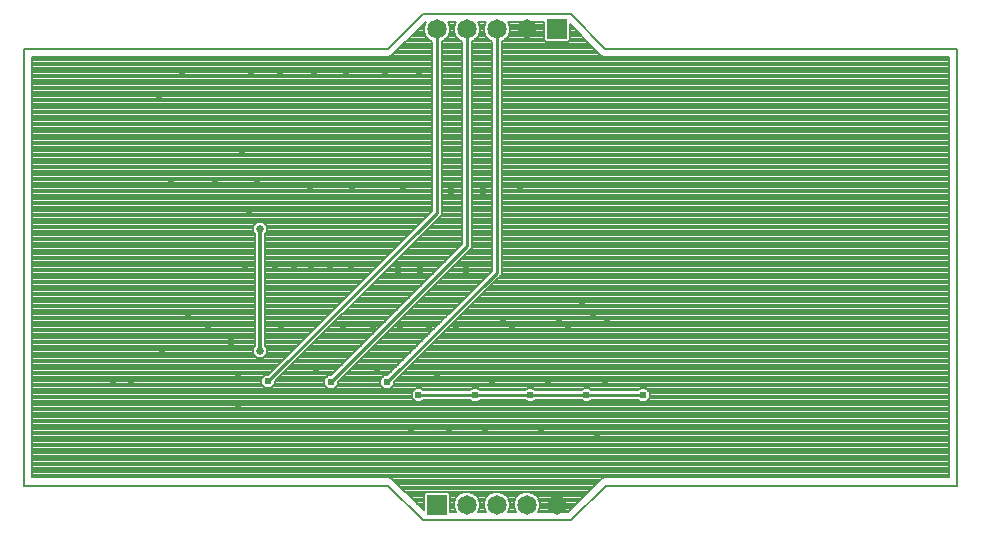
<source format=gbl>
G75*
%MOIN*%
%OFA0B0*%
%FSLAX25Y25*%
%IPPOS*%
%LPD*%
%AMOC8*
5,1,8,0,0,1.08239X$1,22.5*
%
%ADD10C,0.00600*%
%ADD11R,0.06500X0.06500*%
%ADD12C,0.06500*%
%ADD13C,0.02400*%
%ADD14C,0.01000*%
%ADD15C,0.00800*%
%ADD16C,0.02578*%
%ADD17C,0.01200*%
D10*
X0008065Y0019400D02*
X0008065Y0165069D01*
X0129265Y0165069D01*
X0140865Y0176669D01*
X0190365Y0176669D01*
X0201665Y0165069D01*
X0319089Y0165069D01*
X0319089Y0019400D01*
X0201965Y0019400D01*
X0190365Y0007800D01*
X0140865Y0007800D01*
X0129265Y0019400D01*
X0008065Y0019400D01*
D11*
X0145565Y0013000D03*
X0185565Y0171469D03*
D12*
X0175565Y0171469D03*
X0165565Y0171469D03*
X0155565Y0171469D03*
X0145565Y0171469D03*
X0155565Y0013000D03*
X0165565Y0013000D03*
X0175565Y0013000D03*
X0185565Y0013000D03*
D13*
X0198865Y0036600D03*
X0180265Y0037400D03*
X0176765Y0049500D03*
X0182765Y0054000D03*
X0195465Y0049500D03*
X0201565Y0053900D03*
X0214265Y0049500D03*
X0189365Y0071600D03*
X0186165Y0074100D03*
X0193965Y0079500D03*
X0197665Y0076700D03*
X0202365Y0073500D03*
X0170665Y0071700D03*
X0167565Y0074500D03*
X0151965Y0072200D03*
X0142965Y0072400D03*
X0133465Y0072100D03*
X0124165Y0072400D03*
X0114465Y0072600D03*
X0093765Y0072000D03*
X0076965Y0067300D03*
X0069265Y0071600D03*
X0062665Y0076200D03*
X0054065Y0063600D03*
X0043565Y0054100D03*
X0037665Y0053900D03*
X0079465Y0055400D03*
X0089365Y0054100D03*
X0079465Y0045300D03*
X0105165Y0057400D03*
X0110265Y0053900D03*
X0125665Y0057200D03*
X0129065Y0053900D03*
X0139465Y0049500D03*
X0145765Y0056300D03*
X0158265Y0049500D03*
X0163965Y0054100D03*
X0161765Y0037400D03*
X0149665Y0037200D03*
X0136865Y0037400D03*
X0132565Y0091300D03*
X0139865Y0091400D03*
X0155265Y0091100D03*
X0116865Y0092000D03*
X0109865Y0092200D03*
X0103665Y0092200D03*
X0097965Y0092300D03*
X0091765Y0092400D03*
X0081765Y0092900D03*
X0082865Y0110100D03*
X0085765Y0120700D03*
X0071665Y0120300D03*
X0056865Y0120200D03*
X0056265Y0131600D03*
X0050565Y0131500D03*
X0044765Y0131500D03*
X0053065Y0149100D03*
X0060665Y0156200D03*
X0083665Y0156500D03*
X0093365Y0156100D03*
X0104565Y0156300D03*
X0115265Y0156300D03*
X0128265Y0156300D03*
X0139565Y0156300D03*
X0080765Y0131400D03*
X0103265Y0118400D03*
X0117465Y0118000D03*
X0134165Y0117800D03*
X0150465Y0117500D03*
X0160865Y0117700D03*
X0173165Y0117800D03*
D14*
X0145565Y0110300D02*
X0145565Y0171469D01*
X0155565Y0171469D02*
X0155565Y0099200D01*
X0110265Y0053900D01*
X0129065Y0053900D02*
X0165565Y0090400D01*
X0165565Y0171469D01*
X0145565Y0110300D02*
X0089365Y0054100D01*
X0139465Y0049500D02*
X0158265Y0049500D01*
X0176765Y0049500D01*
X0195465Y0049500D01*
X0214265Y0049500D01*
D15*
X0212612Y0047900D02*
X0213312Y0047200D01*
X0215218Y0047200D01*
X0216565Y0048547D01*
X0216565Y0050453D01*
X0215218Y0051800D01*
X0213312Y0051800D01*
X0212612Y0051100D01*
X0197118Y0051100D01*
X0196418Y0051800D01*
X0194512Y0051800D01*
X0193812Y0051100D01*
X0178418Y0051100D01*
X0177718Y0051800D01*
X0175812Y0051800D01*
X0175112Y0051100D01*
X0159918Y0051100D01*
X0159218Y0051800D01*
X0157312Y0051800D01*
X0156612Y0051100D01*
X0141118Y0051100D01*
X0140418Y0051800D01*
X0138512Y0051800D01*
X0137165Y0050453D01*
X0137165Y0048547D01*
X0138512Y0047200D01*
X0140418Y0047200D01*
X0141118Y0047900D01*
X0156612Y0047900D01*
X0157312Y0047200D01*
X0159218Y0047200D01*
X0159918Y0047900D01*
X0175112Y0047900D01*
X0175812Y0047200D01*
X0177718Y0047200D01*
X0178418Y0047900D01*
X0193812Y0047900D01*
X0194512Y0047200D01*
X0196418Y0047200D01*
X0197118Y0047900D01*
X0212612Y0047900D01*
X0212787Y0047726D02*
X0196943Y0047726D01*
X0193987Y0047726D02*
X0178243Y0047726D01*
X0175287Y0047726D02*
X0159743Y0047726D01*
X0156787Y0047726D02*
X0140943Y0047726D01*
X0137987Y0047726D02*
X0010765Y0047726D01*
X0010765Y0048524D02*
X0137188Y0048524D01*
X0137165Y0049323D02*
X0010765Y0049323D01*
X0010765Y0050121D02*
X0137165Y0050121D01*
X0137632Y0050920D02*
X0010765Y0050920D01*
X0010765Y0051718D02*
X0109194Y0051718D01*
X0109312Y0051600D02*
X0111218Y0051600D01*
X0112565Y0052947D01*
X0112565Y0053937D01*
X0156228Y0097600D01*
X0157165Y0098537D01*
X0157165Y0167424D01*
X0158029Y0167782D01*
X0159253Y0169005D01*
X0159915Y0170604D01*
X0159915Y0172335D01*
X0159253Y0173933D01*
X0159217Y0173969D01*
X0161913Y0173969D01*
X0161877Y0173933D01*
X0161215Y0172335D01*
X0161215Y0170604D01*
X0161877Y0169005D01*
X0163101Y0167782D01*
X0163965Y0167424D01*
X0163965Y0091063D01*
X0129102Y0056200D01*
X0128112Y0056200D01*
X0126765Y0054853D01*
X0126765Y0052947D01*
X0128112Y0051600D01*
X0130018Y0051600D01*
X0131365Y0052947D01*
X0131365Y0053937D01*
X0166228Y0088800D01*
X0167165Y0089737D01*
X0167165Y0167424D01*
X0168029Y0167782D01*
X0169253Y0169005D01*
X0169915Y0170604D01*
X0169915Y0172335D01*
X0169253Y0173933D01*
X0169217Y0173969D01*
X0181215Y0173969D01*
X0181215Y0167764D01*
X0181859Y0167119D01*
X0189271Y0167119D01*
X0189915Y0167764D01*
X0189915Y0173262D01*
X0199369Y0163557D01*
X0199376Y0163540D01*
X0199743Y0163173D01*
X0200106Y0162801D01*
X0200123Y0162793D01*
X0200136Y0162780D01*
X0200615Y0162582D01*
X0201093Y0162377D01*
X0201111Y0162376D01*
X0201128Y0162369D01*
X0201647Y0162369D01*
X0202167Y0162363D01*
X0202184Y0162369D01*
X0316389Y0162369D01*
X0316389Y0022100D01*
X0201428Y0022100D01*
X0200436Y0021689D01*
X0189247Y0010500D01*
X0179217Y0010500D01*
X0179253Y0010536D01*
X0179915Y0012135D01*
X0179915Y0013865D01*
X0179253Y0015464D01*
X0178029Y0016688D01*
X0176430Y0017350D01*
X0174700Y0017350D01*
X0173101Y0016688D01*
X0171877Y0015464D01*
X0171215Y0013865D01*
X0171215Y0012135D01*
X0171877Y0010536D01*
X0171913Y0010500D01*
X0169217Y0010500D01*
X0169253Y0010536D01*
X0169915Y0012135D01*
X0169915Y0013865D01*
X0169253Y0015464D01*
X0168029Y0016688D01*
X0166430Y0017350D01*
X0164700Y0017350D01*
X0163101Y0016688D01*
X0161877Y0015464D01*
X0161215Y0013865D01*
X0161215Y0012135D01*
X0161877Y0010536D01*
X0161913Y0010500D01*
X0159217Y0010500D01*
X0159253Y0010536D01*
X0159915Y0012135D01*
X0159915Y0013865D01*
X0159253Y0015464D01*
X0158029Y0016688D01*
X0156430Y0017350D01*
X0154700Y0017350D01*
X0153101Y0016688D01*
X0151877Y0015464D01*
X0151215Y0013865D01*
X0151215Y0012135D01*
X0151877Y0010536D01*
X0151913Y0010500D01*
X0149915Y0010500D01*
X0149915Y0016706D01*
X0149271Y0017350D01*
X0141859Y0017350D01*
X0141215Y0016706D01*
X0141215Y0011268D01*
X0130795Y0021689D01*
X0129802Y0022100D01*
X0010765Y0022100D01*
X0010765Y0162369D01*
X0129802Y0162369D01*
X0130795Y0162780D01*
X0141828Y0173814D01*
X0141215Y0172335D01*
X0141215Y0170604D01*
X0141877Y0169005D01*
X0143101Y0167782D01*
X0143965Y0167424D01*
X0143965Y0110963D01*
X0089402Y0056400D01*
X0088412Y0056400D01*
X0087065Y0055053D01*
X0087065Y0053147D01*
X0088412Y0051800D01*
X0090318Y0051800D01*
X0091665Y0053147D01*
X0091665Y0054137D01*
X0146228Y0108700D01*
X0147165Y0109637D01*
X0147165Y0167424D01*
X0148029Y0167782D01*
X0149253Y0169005D01*
X0149915Y0170604D01*
X0149915Y0172335D01*
X0149253Y0173933D01*
X0149217Y0173969D01*
X0151913Y0173969D01*
X0151877Y0173933D01*
X0151215Y0172335D01*
X0151215Y0170604D01*
X0151877Y0169005D01*
X0153101Y0167782D01*
X0153965Y0167424D01*
X0153965Y0099863D01*
X0110302Y0056200D01*
X0109312Y0056200D01*
X0107965Y0054853D01*
X0107965Y0052947D01*
X0109312Y0051600D01*
X0108396Y0052517D02*
X0091034Y0052517D01*
X0091665Y0053315D02*
X0107965Y0053315D01*
X0107965Y0054114D02*
X0091665Y0054114D01*
X0092440Y0054912D02*
X0108025Y0054912D01*
X0108823Y0055711D02*
X0093239Y0055711D01*
X0094037Y0056509D02*
X0110612Y0056509D01*
X0111410Y0057308D02*
X0094836Y0057308D01*
X0095634Y0058106D02*
X0112209Y0058106D01*
X0113007Y0058905D02*
X0096433Y0058905D01*
X0097231Y0059703D02*
X0113806Y0059703D01*
X0114604Y0060502D02*
X0098030Y0060502D01*
X0098828Y0061300D02*
X0115403Y0061300D01*
X0116201Y0062099D02*
X0099627Y0062099D01*
X0100425Y0062897D02*
X0117000Y0062897D01*
X0117798Y0063696D02*
X0101224Y0063696D01*
X0102022Y0064494D02*
X0118597Y0064494D01*
X0119395Y0065293D02*
X0102821Y0065293D01*
X0103619Y0066091D02*
X0120194Y0066091D01*
X0120992Y0066890D02*
X0104418Y0066890D01*
X0105216Y0067688D02*
X0121791Y0067688D01*
X0122589Y0068487D02*
X0106015Y0068487D01*
X0106813Y0069285D02*
X0123388Y0069285D01*
X0124186Y0070084D02*
X0107612Y0070084D01*
X0108410Y0070882D02*
X0124985Y0070882D01*
X0125783Y0071681D02*
X0109209Y0071681D01*
X0110007Y0072479D02*
X0126582Y0072479D01*
X0127380Y0073278D02*
X0110806Y0073278D01*
X0111604Y0074076D02*
X0128179Y0074076D01*
X0128977Y0074875D02*
X0112403Y0074875D01*
X0113201Y0075673D02*
X0129776Y0075673D01*
X0130574Y0076472D02*
X0114000Y0076472D01*
X0114798Y0077270D02*
X0131373Y0077270D01*
X0132171Y0078069D02*
X0115597Y0078069D01*
X0116395Y0078868D02*
X0132970Y0078868D01*
X0133768Y0079666D02*
X0117194Y0079666D01*
X0117992Y0080465D02*
X0134567Y0080465D01*
X0135365Y0081263D02*
X0118791Y0081263D01*
X0119589Y0082062D02*
X0136164Y0082062D01*
X0136962Y0082860D02*
X0120388Y0082860D01*
X0121186Y0083659D02*
X0137761Y0083659D01*
X0138559Y0084457D02*
X0121985Y0084457D01*
X0122783Y0085256D02*
X0139358Y0085256D01*
X0140156Y0086054D02*
X0123582Y0086054D01*
X0124380Y0086853D02*
X0140955Y0086853D01*
X0141753Y0087651D02*
X0125179Y0087651D01*
X0125977Y0088450D02*
X0142552Y0088450D01*
X0143351Y0089248D02*
X0126776Y0089248D01*
X0127574Y0090047D02*
X0144149Y0090047D01*
X0144948Y0090845D02*
X0128373Y0090845D01*
X0129172Y0091644D02*
X0145746Y0091644D01*
X0146545Y0092442D02*
X0129970Y0092442D01*
X0130769Y0093241D02*
X0147343Y0093241D01*
X0148142Y0094039D02*
X0131567Y0094039D01*
X0132366Y0094838D02*
X0148940Y0094838D01*
X0149739Y0095636D02*
X0133164Y0095636D01*
X0133963Y0096435D02*
X0150537Y0096435D01*
X0151336Y0097233D02*
X0134761Y0097233D01*
X0135560Y0098032D02*
X0152134Y0098032D01*
X0152933Y0098830D02*
X0136358Y0098830D01*
X0137157Y0099629D02*
X0153731Y0099629D01*
X0153965Y0100427D02*
X0137955Y0100427D01*
X0138754Y0101226D02*
X0153965Y0101226D01*
X0153965Y0102024D02*
X0139552Y0102024D01*
X0140351Y0102823D02*
X0153965Y0102823D01*
X0153965Y0103621D02*
X0141149Y0103621D01*
X0141948Y0104420D02*
X0153965Y0104420D01*
X0153965Y0105218D02*
X0142746Y0105218D01*
X0143545Y0106017D02*
X0153965Y0106017D01*
X0153965Y0106815D02*
X0144343Y0106815D01*
X0145142Y0107614D02*
X0153965Y0107614D01*
X0153965Y0108412D02*
X0145940Y0108412D01*
X0146739Y0109211D02*
X0153965Y0109211D01*
X0153965Y0110009D02*
X0147165Y0110009D01*
X0147165Y0110808D02*
X0153965Y0110808D01*
X0153965Y0111606D02*
X0147165Y0111606D01*
X0147165Y0112405D02*
X0153965Y0112405D01*
X0153965Y0113203D02*
X0147165Y0113203D01*
X0147165Y0114002D02*
X0153965Y0114002D01*
X0153965Y0114801D02*
X0147165Y0114801D01*
X0147165Y0115599D02*
X0153965Y0115599D01*
X0153965Y0116398D02*
X0147165Y0116398D01*
X0147165Y0117196D02*
X0153965Y0117196D01*
X0153965Y0117995D02*
X0147165Y0117995D01*
X0147165Y0118793D02*
X0153965Y0118793D01*
X0153965Y0119592D02*
X0147165Y0119592D01*
X0147165Y0120390D02*
X0153965Y0120390D01*
X0153965Y0121189D02*
X0147165Y0121189D01*
X0147165Y0121987D02*
X0153965Y0121987D01*
X0153965Y0122786D02*
X0147165Y0122786D01*
X0147165Y0123584D02*
X0153965Y0123584D01*
X0153965Y0124383D02*
X0147165Y0124383D01*
X0147165Y0125181D02*
X0153965Y0125181D01*
X0153965Y0125980D02*
X0147165Y0125980D01*
X0147165Y0126778D02*
X0153965Y0126778D01*
X0153965Y0127577D02*
X0147165Y0127577D01*
X0147165Y0128375D02*
X0153965Y0128375D01*
X0153965Y0129174D02*
X0147165Y0129174D01*
X0147165Y0129972D02*
X0153965Y0129972D01*
X0153965Y0130771D02*
X0147165Y0130771D01*
X0147165Y0131569D02*
X0153965Y0131569D01*
X0153965Y0132368D02*
X0147165Y0132368D01*
X0147165Y0133166D02*
X0153965Y0133166D01*
X0153965Y0133965D02*
X0147165Y0133965D01*
X0147165Y0134763D02*
X0153965Y0134763D01*
X0153965Y0135562D02*
X0147165Y0135562D01*
X0147165Y0136360D02*
X0153965Y0136360D01*
X0153965Y0137159D02*
X0147165Y0137159D01*
X0147165Y0137957D02*
X0153965Y0137957D01*
X0153965Y0138756D02*
X0147165Y0138756D01*
X0147165Y0139554D02*
X0153965Y0139554D01*
X0153965Y0140353D02*
X0147165Y0140353D01*
X0147165Y0141151D02*
X0153965Y0141151D01*
X0153965Y0141950D02*
X0147165Y0141950D01*
X0147165Y0142748D02*
X0153965Y0142748D01*
X0153965Y0143547D02*
X0147165Y0143547D01*
X0147165Y0144345D02*
X0153965Y0144345D01*
X0153965Y0145144D02*
X0147165Y0145144D01*
X0147165Y0145942D02*
X0153965Y0145942D01*
X0153965Y0146741D02*
X0147165Y0146741D01*
X0147165Y0147539D02*
X0153965Y0147539D01*
X0153965Y0148338D02*
X0147165Y0148338D01*
X0147165Y0149137D02*
X0153965Y0149137D01*
X0153965Y0149935D02*
X0147165Y0149935D01*
X0147165Y0150734D02*
X0153965Y0150734D01*
X0153965Y0151532D02*
X0147165Y0151532D01*
X0147165Y0152331D02*
X0153965Y0152331D01*
X0153965Y0153129D02*
X0147165Y0153129D01*
X0147165Y0153928D02*
X0153965Y0153928D01*
X0153965Y0154726D02*
X0147165Y0154726D01*
X0147165Y0155525D02*
X0153965Y0155525D01*
X0153965Y0156323D02*
X0147165Y0156323D01*
X0147165Y0157122D02*
X0153965Y0157122D01*
X0153965Y0157920D02*
X0147165Y0157920D01*
X0147165Y0158719D02*
X0153965Y0158719D01*
X0153965Y0159517D02*
X0147165Y0159517D01*
X0147165Y0160316D02*
X0153965Y0160316D01*
X0153965Y0161114D02*
X0147165Y0161114D01*
X0147165Y0161913D02*
X0153965Y0161913D01*
X0153965Y0162711D02*
X0147165Y0162711D01*
X0147165Y0163510D02*
X0153965Y0163510D01*
X0153965Y0164308D02*
X0147165Y0164308D01*
X0147165Y0165107D02*
X0153965Y0165107D01*
X0153965Y0165905D02*
X0147165Y0165905D01*
X0147165Y0166704D02*
X0153965Y0166704D01*
X0153775Y0167502D02*
X0147355Y0167502D01*
X0148548Y0168301D02*
X0152582Y0168301D01*
X0151838Y0169099D02*
X0149292Y0169099D01*
X0149623Y0169898D02*
X0151508Y0169898D01*
X0151215Y0170696D02*
X0149915Y0170696D01*
X0149915Y0171495D02*
X0151215Y0171495D01*
X0151215Y0172293D02*
X0149915Y0172293D01*
X0149601Y0173092D02*
X0151529Y0173092D01*
X0151860Y0173890D02*
X0149271Y0173890D01*
X0141529Y0173092D02*
X0141106Y0173092D01*
X0141215Y0172293D02*
X0140307Y0172293D01*
X0139509Y0171495D02*
X0141215Y0171495D01*
X0141215Y0170696D02*
X0138710Y0170696D01*
X0137912Y0169898D02*
X0141508Y0169898D01*
X0141838Y0169099D02*
X0137113Y0169099D01*
X0136315Y0168301D02*
X0142582Y0168301D01*
X0143775Y0167502D02*
X0135516Y0167502D01*
X0134718Y0166704D02*
X0143965Y0166704D01*
X0143965Y0165905D02*
X0133919Y0165905D01*
X0133121Y0165107D02*
X0143965Y0165107D01*
X0143965Y0164308D02*
X0132322Y0164308D01*
X0131524Y0163510D02*
X0143965Y0163510D01*
X0143965Y0162711D02*
X0130628Y0162711D01*
X0143965Y0161913D02*
X0010765Y0161913D01*
X0010765Y0161114D02*
X0143965Y0161114D01*
X0143965Y0160316D02*
X0010765Y0160316D01*
X0010765Y0159517D02*
X0143965Y0159517D01*
X0143965Y0158719D02*
X0010765Y0158719D01*
X0010765Y0157920D02*
X0143965Y0157920D01*
X0143965Y0157122D02*
X0010765Y0157122D01*
X0010765Y0156323D02*
X0143965Y0156323D01*
X0143965Y0155525D02*
X0010765Y0155525D01*
X0010765Y0154726D02*
X0143965Y0154726D01*
X0143965Y0153928D02*
X0010765Y0153928D01*
X0010765Y0153129D02*
X0143965Y0153129D01*
X0143965Y0152331D02*
X0010765Y0152331D01*
X0010765Y0151532D02*
X0143965Y0151532D01*
X0143965Y0150734D02*
X0010765Y0150734D01*
X0010765Y0149935D02*
X0143965Y0149935D01*
X0143965Y0149137D02*
X0010765Y0149137D01*
X0010765Y0148338D02*
X0143965Y0148338D01*
X0143965Y0147539D02*
X0010765Y0147539D01*
X0010765Y0146741D02*
X0143965Y0146741D01*
X0143965Y0145942D02*
X0010765Y0145942D01*
X0010765Y0145144D02*
X0143965Y0145144D01*
X0143965Y0144345D02*
X0010765Y0144345D01*
X0010765Y0143547D02*
X0143965Y0143547D01*
X0143965Y0142748D02*
X0010765Y0142748D01*
X0010765Y0141950D02*
X0143965Y0141950D01*
X0143965Y0141151D02*
X0010765Y0141151D01*
X0010765Y0140353D02*
X0143965Y0140353D01*
X0143965Y0139554D02*
X0010765Y0139554D01*
X0010765Y0138756D02*
X0143965Y0138756D01*
X0143965Y0137957D02*
X0010765Y0137957D01*
X0010765Y0137159D02*
X0143965Y0137159D01*
X0143965Y0136360D02*
X0010765Y0136360D01*
X0010765Y0135562D02*
X0143965Y0135562D01*
X0143965Y0134763D02*
X0010765Y0134763D01*
X0010765Y0133965D02*
X0143965Y0133965D01*
X0143965Y0133166D02*
X0010765Y0133166D01*
X0010765Y0132368D02*
X0143965Y0132368D01*
X0143965Y0131569D02*
X0010765Y0131569D01*
X0010765Y0130771D02*
X0143965Y0130771D01*
X0143965Y0129972D02*
X0010765Y0129972D01*
X0010765Y0129174D02*
X0143965Y0129174D01*
X0143965Y0128375D02*
X0010765Y0128375D01*
X0010765Y0127577D02*
X0143965Y0127577D01*
X0143965Y0126778D02*
X0010765Y0126778D01*
X0010765Y0125980D02*
X0143965Y0125980D01*
X0143965Y0125181D02*
X0010765Y0125181D01*
X0010765Y0124383D02*
X0143965Y0124383D01*
X0143965Y0123584D02*
X0010765Y0123584D01*
X0010765Y0122786D02*
X0143965Y0122786D01*
X0143965Y0121987D02*
X0010765Y0121987D01*
X0010765Y0121189D02*
X0143965Y0121189D01*
X0143965Y0120390D02*
X0010765Y0120390D01*
X0010765Y0119592D02*
X0143965Y0119592D01*
X0143965Y0118793D02*
X0010765Y0118793D01*
X0010765Y0117995D02*
X0143965Y0117995D01*
X0143965Y0117196D02*
X0010765Y0117196D01*
X0010765Y0116398D02*
X0143965Y0116398D01*
X0143965Y0115599D02*
X0010765Y0115599D01*
X0010765Y0114801D02*
X0143965Y0114801D01*
X0143965Y0114002D02*
X0010765Y0114002D01*
X0010765Y0113203D02*
X0143965Y0113203D01*
X0143965Y0112405D02*
X0010765Y0112405D01*
X0010765Y0111606D02*
X0143965Y0111606D01*
X0143810Y0110808D02*
X0010765Y0110808D01*
X0010765Y0110009D02*
X0143012Y0110009D01*
X0142213Y0109211D02*
X0010765Y0109211D01*
X0010765Y0108412D02*
X0141415Y0108412D01*
X0140616Y0107614D02*
X0010765Y0107614D01*
X0010765Y0106815D02*
X0085041Y0106815D01*
X0085576Y0107350D02*
X0084176Y0105950D01*
X0084176Y0103971D01*
X0084865Y0103282D01*
X0084865Y0066079D01*
X0084176Y0065390D01*
X0084176Y0063410D01*
X0085576Y0062011D01*
X0087555Y0062011D01*
X0088954Y0063410D01*
X0088954Y0065390D01*
X0088265Y0066079D01*
X0088265Y0103282D01*
X0088954Y0103971D01*
X0088954Y0105950D01*
X0087555Y0107350D01*
X0085576Y0107350D01*
X0084243Y0106017D02*
X0010765Y0106017D01*
X0010765Y0105218D02*
X0084176Y0105218D01*
X0084176Y0104420D02*
X0010765Y0104420D01*
X0010765Y0103621D02*
X0084526Y0103621D01*
X0084865Y0102823D02*
X0010765Y0102823D01*
X0010765Y0102024D02*
X0084865Y0102024D01*
X0084865Y0101226D02*
X0010765Y0101226D01*
X0010765Y0100427D02*
X0084865Y0100427D01*
X0084865Y0099629D02*
X0010765Y0099629D01*
X0010765Y0098830D02*
X0084865Y0098830D01*
X0084865Y0098032D02*
X0010765Y0098032D01*
X0010765Y0097233D02*
X0084865Y0097233D01*
X0084865Y0096435D02*
X0010765Y0096435D01*
X0010765Y0095636D02*
X0084865Y0095636D01*
X0084865Y0094838D02*
X0010765Y0094838D01*
X0010765Y0094039D02*
X0084865Y0094039D01*
X0084865Y0093241D02*
X0010765Y0093241D01*
X0010765Y0092442D02*
X0084865Y0092442D01*
X0084865Y0091644D02*
X0010765Y0091644D01*
X0010765Y0090845D02*
X0084865Y0090845D01*
X0084865Y0090047D02*
X0010765Y0090047D01*
X0010765Y0089248D02*
X0084865Y0089248D01*
X0084865Y0088450D02*
X0010765Y0088450D01*
X0010765Y0087651D02*
X0084865Y0087651D01*
X0084865Y0086853D02*
X0010765Y0086853D01*
X0010765Y0086054D02*
X0084865Y0086054D01*
X0084865Y0085256D02*
X0010765Y0085256D01*
X0010765Y0084457D02*
X0084865Y0084457D01*
X0084865Y0083659D02*
X0010765Y0083659D01*
X0010765Y0082860D02*
X0084865Y0082860D01*
X0084865Y0082062D02*
X0010765Y0082062D01*
X0010765Y0081263D02*
X0084865Y0081263D01*
X0084865Y0080465D02*
X0010765Y0080465D01*
X0010765Y0079666D02*
X0084865Y0079666D01*
X0084865Y0078868D02*
X0010765Y0078868D01*
X0010765Y0078069D02*
X0084865Y0078069D01*
X0084865Y0077270D02*
X0010765Y0077270D01*
X0010765Y0076472D02*
X0084865Y0076472D01*
X0084865Y0075673D02*
X0010765Y0075673D01*
X0010765Y0074875D02*
X0084865Y0074875D01*
X0084865Y0074076D02*
X0010765Y0074076D01*
X0010765Y0073278D02*
X0084865Y0073278D01*
X0084865Y0072479D02*
X0010765Y0072479D01*
X0010765Y0071681D02*
X0084865Y0071681D01*
X0084865Y0070882D02*
X0010765Y0070882D01*
X0010765Y0070084D02*
X0084865Y0070084D01*
X0084865Y0069285D02*
X0010765Y0069285D01*
X0010765Y0068487D02*
X0084865Y0068487D01*
X0084865Y0067688D02*
X0010765Y0067688D01*
X0010765Y0066890D02*
X0084865Y0066890D01*
X0084865Y0066091D02*
X0010765Y0066091D01*
X0010765Y0065293D02*
X0084176Y0065293D01*
X0084176Y0064494D02*
X0010765Y0064494D01*
X0010765Y0063696D02*
X0084176Y0063696D01*
X0084689Y0062897D02*
X0010765Y0062897D01*
X0010765Y0062099D02*
X0085488Y0062099D01*
X0087642Y0062099D02*
X0095101Y0062099D01*
X0095900Y0062897D02*
X0088441Y0062897D01*
X0088954Y0063696D02*
X0096698Y0063696D01*
X0097497Y0064494D02*
X0088954Y0064494D01*
X0088954Y0065293D02*
X0098295Y0065293D01*
X0099094Y0066091D02*
X0088265Y0066091D01*
X0088265Y0066890D02*
X0099892Y0066890D01*
X0100691Y0067688D02*
X0088265Y0067688D01*
X0088265Y0068487D02*
X0101489Y0068487D01*
X0102288Y0069285D02*
X0088265Y0069285D01*
X0088265Y0070084D02*
X0103086Y0070084D01*
X0103885Y0070882D02*
X0088265Y0070882D01*
X0088265Y0071681D02*
X0104683Y0071681D01*
X0105482Y0072479D02*
X0088265Y0072479D01*
X0088265Y0073278D02*
X0106280Y0073278D01*
X0107079Y0074076D02*
X0088265Y0074076D01*
X0088265Y0074875D02*
X0107877Y0074875D01*
X0108676Y0075673D02*
X0088265Y0075673D01*
X0088265Y0076472D02*
X0109474Y0076472D01*
X0110273Y0077270D02*
X0088265Y0077270D01*
X0088265Y0078069D02*
X0111071Y0078069D01*
X0111870Y0078868D02*
X0088265Y0078868D01*
X0088265Y0079666D02*
X0112668Y0079666D01*
X0113467Y0080465D02*
X0088265Y0080465D01*
X0088265Y0081263D02*
X0114265Y0081263D01*
X0115064Y0082062D02*
X0088265Y0082062D01*
X0088265Y0082860D02*
X0115862Y0082860D01*
X0116661Y0083659D02*
X0088265Y0083659D01*
X0088265Y0084457D02*
X0117459Y0084457D01*
X0118258Y0085256D02*
X0088265Y0085256D01*
X0088265Y0086054D02*
X0119056Y0086054D01*
X0119855Y0086853D02*
X0088265Y0086853D01*
X0088265Y0087651D02*
X0120653Y0087651D01*
X0121452Y0088450D02*
X0088265Y0088450D01*
X0088265Y0089248D02*
X0122251Y0089248D01*
X0123049Y0090047D02*
X0088265Y0090047D01*
X0088265Y0090845D02*
X0123848Y0090845D01*
X0124646Y0091644D02*
X0088265Y0091644D01*
X0088265Y0092442D02*
X0125445Y0092442D01*
X0126243Y0093241D02*
X0088265Y0093241D01*
X0088265Y0094039D02*
X0127042Y0094039D01*
X0127840Y0094838D02*
X0088265Y0094838D01*
X0088265Y0095636D02*
X0128639Y0095636D01*
X0129437Y0096435D02*
X0088265Y0096435D01*
X0088265Y0097233D02*
X0130236Y0097233D01*
X0131034Y0098032D02*
X0088265Y0098032D01*
X0088265Y0098830D02*
X0131833Y0098830D01*
X0132631Y0099629D02*
X0088265Y0099629D01*
X0088265Y0100427D02*
X0133430Y0100427D01*
X0134228Y0101226D02*
X0088265Y0101226D01*
X0088265Y0102024D02*
X0135027Y0102024D01*
X0135825Y0102823D02*
X0088265Y0102823D01*
X0088604Y0103621D02*
X0136624Y0103621D01*
X0137422Y0104420D02*
X0088954Y0104420D01*
X0088954Y0105218D02*
X0138221Y0105218D01*
X0139019Y0106017D02*
X0088887Y0106017D01*
X0088089Y0106815D02*
X0139818Y0106815D01*
X0155063Y0096435D02*
X0163965Y0096435D01*
X0163965Y0097233D02*
X0155861Y0097233D01*
X0156660Y0098032D02*
X0163965Y0098032D01*
X0163965Y0098830D02*
X0157165Y0098830D01*
X0157165Y0099629D02*
X0163965Y0099629D01*
X0163965Y0100427D02*
X0157165Y0100427D01*
X0157165Y0101226D02*
X0163965Y0101226D01*
X0163965Y0102024D02*
X0157165Y0102024D01*
X0157165Y0102823D02*
X0163965Y0102823D01*
X0163965Y0103621D02*
X0157165Y0103621D01*
X0157165Y0104420D02*
X0163965Y0104420D01*
X0163965Y0105218D02*
X0157165Y0105218D01*
X0157165Y0106017D02*
X0163965Y0106017D01*
X0163965Y0106815D02*
X0157165Y0106815D01*
X0157165Y0107614D02*
X0163965Y0107614D01*
X0163965Y0108412D02*
X0157165Y0108412D01*
X0157165Y0109211D02*
X0163965Y0109211D01*
X0163965Y0110009D02*
X0157165Y0110009D01*
X0157165Y0110808D02*
X0163965Y0110808D01*
X0163965Y0111606D02*
X0157165Y0111606D01*
X0157165Y0112405D02*
X0163965Y0112405D01*
X0163965Y0113203D02*
X0157165Y0113203D01*
X0157165Y0114002D02*
X0163965Y0114002D01*
X0163965Y0114801D02*
X0157165Y0114801D01*
X0157165Y0115599D02*
X0163965Y0115599D01*
X0163965Y0116398D02*
X0157165Y0116398D01*
X0157165Y0117196D02*
X0163965Y0117196D01*
X0163965Y0117995D02*
X0157165Y0117995D01*
X0157165Y0118793D02*
X0163965Y0118793D01*
X0163965Y0119592D02*
X0157165Y0119592D01*
X0157165Y0120390D02*
X0163965Y0120390D01*
X0163965Y0121189D02*
X0157165Y0121189D01*
X0157165Y0121987D02*
X0163965Y0121987D01*
X0163965Y0122786D02*
X0157165Y0122786D01*
X0157165Y0123584D02*
X0163965Y0123584D01*
X0163965Y0124383D02*
X0157165Y0124383D01*
X0157165Y0125181D02*
X0163965Y0125181D01*
X0163965Y0125980D02*
X0157165Y0125980D01*
X0157165Y0126778D02*
X0163965Y0126778D01*
X0163965Y0127577D02*
X0157165Y0127577D01*
X0157165Y0128375D02*
X0163965Y0128375D01*
X0163965Y0129174D02*
X0157165Y0129174D01*
X0157165Y0129972D02*
X0163965Y0129972D01*
X0163965Y0130771D02*
X0157165Y0130771D01*
X0157165Y0131569D02*
X0163965Y0131569D01*
X0163965Y0132368D02*
X0157165Y0132368D01*
X0157165Y0133166D02*
X0163965Y0133166D01*
X0163965Y0133965D02*
X0157165Y0133965D01*
X0157165Y0134763D02*
X0163965Y0134763D01*
X0163965Y0135562D02*
X0157165Y0135562D01*
X0157165Y0136360D02*
X0163965Y0136360D01*
X0163965Y0137159D02*
X0157165Y0137159D01*
X0157165Y0137957D02*
X0163965Y0137957D01*
X0163965Y0138756D02*
X0157165Y0138756D01*
X0157165Y0139554D02*
X0163965Y0139554D01*
X0163965Y0140353D02*
X0157165Y0140353D01*
X0157165Y0141151D02*
X0163965Y0141151D01*
X0163965Y0141950D02*
X0157165Y0141950D01*
X0157165Y0142748D02*
X0163965Y0142748D01*
X0163965Y0143547D02*
X0157165Y0143547D01*
X0157165Y0144345D02*
X0163965Y0144345D01*
X0163965Y0145144D02*
X0157165Y0145144D01*
X0157165Y0145942D02*
X0163965Y0145942D01*
X0163965Y0146741D02*
X0157165Y0146741D01*
X0157165Y0147539D02*
X0163965Y0147539D01*
X0163965Y0148338D02*
X0157165Y0148338D01*
X0157165Y0149137D02*
X0163965Y0149137D01*
X0163965Y0149935D02*
X0157165Y0149935D01*
X0157165Y0150734D02*
X0163965Y0150734D01*
X0163965Y0151532D02*
X0157165Y0151532D01*
X0157165Y0152331D02*
X0163965Y0152331D01*
X0163965Y0153129D02*
X0157165Y0153129D01*
X0157165Y0153928D02*
X0163965Y0153928D01*
X0163965Y0154726D02*
X0157165Y0154726D01*
X0157165Y0155525D02*
X0163965Y0155525D01*
X0163965Y0156323D02*
X0157165Y0156323D01*
X0157165Y0157122D02*
X0163965Y0157122D01*
X0163965Y0157920D02*
X0157165Y0157920D01*
X0157165Y0158719D02*
X0163965Y0158719D01*
X0163965Y0159517D02*
X0157165Y0159517D01*
X0157165Y0160316D02*
X0163965Y0160316D01*
X0163965Y0161114D02*
X0157165Y0161114D01*
X0157165Y0161913D02*
X0163965Y0161913D01*
X0163965Y0162711D02*
X0157165Y0162711D01*
X0157165Y0163510D02*
X0163965Y0163510D01*
X0163965Y0164308D02*
X0157165Y0164308D01*
X0157165Y0165107D02*
X0163965Y0165107D01*
X0163965Y0165905D02*
X0157165Y0165905D01*
X0157165Y0166704D02*
X0163965Y0166704D01*
X0163775Y0167502D02*
X0157355Y0167502D01*
X0158548Y0168301D02*
X0162582Y0168301D01*
X0161838Y0169099D02*
X0159292Y0169099D01*
X0159623Y0169898D02*
X0161508Y0169898D01*
X0161215Y0170696D02*
X0159915Y0170696D01*
X0159915Y0171495D02*
X0161215Y0171495D01*
X0161215Y0172293D02*
X0159915Y0172293D01*
X0159601Y0173092D02*
X0161529Y0173092D01*
X0161860Y0173890D02*
X0159271Y0173890D01*
X0169271Y0173890D02*
X0181215Y0173890D01*
X0181215Y0173092D02*
X0169601Y0173092D01*
X0169915Y0172293D02*
X0181215Y0172293D01*
X0181215Y0171495D02*
X0169915Y0171495D01*
X0169915Y0170696D02*
X0181215Y0170696D01*
X0181215Y0169898D02*
X0169623Y0169898D01*
X0169292Y0169099D02*
X0181215Y0169099D01*
X0181215Y0168301D02*
X0168548Y0168301D01*
X0167355Y0167502D02*
X0181476Y0167502D01*
X0189654Y0167502D02*
X0195526Y0167502D01*
X0196304Y0166704D02*
X0167165Y0166704D01*
X0167165Y0165905D02*
X0197081Y0165905D01*
X0197859Y0165107D02*
X0167165Y0165107D01*
X0167165Y0164308D02*
X0198637Y0164308D01*
X0199406Y0163510D02*
X0167165Y0163510D01*
X0167165Y0162711D02*
X0200303Y0162711D01*
X0194748Y0168301D02*
X0189915Y0168301D01*
X0189915Y0169099D02*
X0193970Y0169099D01*
X0193192Y0169898D02*
X0189915Y0169898D01*
X0189915Y0170696D02*
X0192414Y0170696D01*
X0191636Y0171495D02*
X0189915Y0171495D01*
X0189915Y0172293D02*
X0190859Y0172293D01*
X0190081Y0173092D02*
X0189915Y0173092D01*
X0167165Y0161913D02*
X0316389Y0161913D01*
X0316389Y0161114D02*
X0167165Y0161114D01*
X0167165Y0160316D02*
X0316389Y0160316D01*
X0316389Y0159517D02*
X0167165Y0159517D01*
X0167165Y0158719D02*
X0316389Y0158719D01*
X0316389Y0157920D02*
X0167165Y0157920D01*
X0167165Y0157122D02*
X0316389Y0157122D01*
X0316389Y0156323D02*
X0167165Y0156323D01*
X0167165Y0155525D02*
X0316389Y0155525D01*
X0316389Y0154726D02*
X0167165Y0154726D01*
X0167165Y0153928D02*
X0316389Y0153928D01*
X0316389Y0153129D02*
X0167165Y0153129D01*
X0167165Y0152331D02*
X0316389Y0152331D01*
X0316389Y0151532D02*
X0167165Y0151532D01*
X0167165Y0150734D02*
X0316389Y0150734D01*
X0316389Y0149935D02*
X0167165Y0149935D01*
X0167165Y0149137D02*
X0316389Y0149137D01*
X0316389Y0148338D02*
X0167165Y0148338D01*
X0167165Y0147539D02*
X0316389Y0147539D01*
X0316389Y0146741D02*
X0167165Y0146741D01*
X0167165Y0145942D02*
X0316389Y0145942D01*
X0316389Y0145144D02*
X0167165Y0145144D01*
X0167165Y0144345D02*
X0316389Y0144345D01*
X0316389Y0143547D02*
X0167165Y0143547D01*
X0167165Y0142748D02*
X0316389Y0142748D01*
X0316389Y0141950D02*
X0167165Y0141950D01*
X0167165Y0141151D02*
X0316389Y0141151D01*
X0316389Y0140353D02*
X0167165Y0140353D01*
X0167165Y0139554D02*
X0316389Y0139554D01*
X0316389Y0138756D02*
X0167165Y0138756D01*
X0167165Y0137957D02*
X0316389Y0137957D01*
X0316389Y0137159D02*
X0167165Y0137159D01*
X0167165Y0136360D02*
X0316389Y0136360D01*
X0316389Y0135562D02*
X0167165Y0135562D01*
X0167165Y0134763D02*
X0316389Y0134763D01*
X0316389Y0133965D02*
X0167165Y0133965D01*
X0167165Y0133166D02*
X0316389Y0133166D01*
X0316389Y0132368D02*
X0167165Y0132368D01*
X0167165Y0131569D02*
X0316389Y0131569D01*
X0316389Y0130771D02*
X0167165Y0130771D01*
X0167165Y0129972D02*
X0316389Y0129972D01*
X0316389Y0129174D02*
X0167165Y0129174D01*
X0167165Y0128375D02*
X0316389Y0128375D01*
X0316389Y0127577D02*
X0167165Y0127577D01*
X0167165Y0126778D02*
X0316389Y0126778D01*
X0316389Y0125980D02*
X0167165Y0125980D01*
X0167165Y0125181D02*
X0316389Y0125181D01*
X0316389Y0124383D02*
X0167165Y0124383D01*
X0167165Y0123584D02*
X0316389Y0123584D01*
X0316389Y0122786D02*
X0167165Y0122786D01*
X0167165Y0121987D02*
X0316389Y0121987D01*
X0316389Y0121189D02*
X0167165Y0121189D01*
X0167165Y0120390D02*
X0316389Y0120390D01*
X0316389Y0119592D02*
X0167165Y0119592D01*
X0167165Y0118793D02*
X0316389Y0118793D01*
X0316389Y0117995D02*
X0167165Y0117995D01*
X0167165Y0117196D02*
X0316389Y0117196D01*
X0316389Y0116398D02*
X0167165Y0116398D01*
X0167165Y0115599D02*
X0316389Y0115599D01*
X0316389Y0114801D02*
X0167165Y0114801D01*
X0167165Y0114002D02*
X0316389Y0114002D01*
X0316389Y0113203D02*
X0167165Y0113203D01*
X0167165Y0112405D02*
X0316389Y0112405D01*
X0316389Y0111606D02*
X0167165Y0111606D01*
X0167165Y0110808D02*
X0316389Y0110808D01*
X0316389Y0110009D02*
X0167165Y0110009D01*
X0167165Y0109211D02*
X0316389Y0109211D01*
X0316389Y0108412D02*
X0167165Y0108412D01*
X0167165Y0107614D02*
X0316389Y0107614D01*
X0316389Y0106815D02*
X0167165Y0106815D01*
X0167165Y0106017D02*
X0316389Y0106017D01*
X0316389Y0105218D02*
X0167165Y0105218D01*
X0167165Y0104420D02*
X0316389Y0104420D01*
X0316389Y0103621D02*
X0167165Y0103621D01*
X0167165Y0102823D02*
X0316389Y0102823D01*
X0316389Y0102024D02*
X0167165Y0102024D01*
X0167165Y0101226D02*
X0316389Y0101226D01*
X0316389Y0100427D02*
X0167165Y0100427D01*
X0167165Y0099629D02*
X0316389Y0099629D01*
X0316389Y0098830D02*
X0167165Y0098830D01*
X0167165Y0098032D02*
X0316389Y0098032D01*
X0316389Y0097233D02*
X0167165Y0097233D01*
X0167165Y0096435D02*
X0316389Y0096435D01*
X0316389Y0095636D02*
X0167165Y0095636D01*
X0167165Y0094838D02*
X0316389Y0094838D01*
X0316389Y0094039D02*
X0167165Y0094039D01*
X0167165Y0093241D02*
X0316389Y0093241D01*
X0316389Y0092442D02*
X0167165Y0092442D01*
X0167165Y0091644D02*
X0316389Y0091644D01*
X0316389Y0090845D02*
X0167165Y0090845D01*
X0167165Y0090047D02*
X0316389Y0090047D01*
X0316389Y0089248D02*
X0166676Y0089248D01*
X0165877Y0088450D02*
X0316389Y0088450D01*
X0316389Y0087651D02*
X0165079Y0087651D01*
X0164280Y0086853D02*
X0316389Y0086853D01*
X0316389Y0086054D02*
X0163482Y0086054D01*
X0162683Y0085256D02*
X0316389Y0085256D01*
X0316389Y0084457D02*
X0161885Y0084457D01*
X0161086Y0083659D02*
X0316389Y0083659D01*
X0316389Y0082860D02*
X0160288Y0082860D01*
X0159489Y0082062D02*
X0316389Y0082062D01*
X0316389Y0081263D02*
X0158691Y0081263D01*
X0157892Y0080465D02*
X0316389Y0080465D01*
X0316389Y0079666D02*
X0157094Y0079666D01*
X0156295Y0078868D02*
X0316389Y0078868D01*
X0316389Y0078069D02*
X0155497Y0078069D01*
X0154698Y0077270D02*
X0316389Y0077270D01*
X0316389Y0076472D02*
X0153900Y0076472D01*
X0153101Y0075673D02*
X0316389Y0075673D01*
X0316389Y0074875D02*
X0152303Y0074875D01*
X0151504Y0074076D02*
X0316389Y0074076D01*
X0316389Y0073278D02*
X0150706Y0073278D01*
X0149907Y0072479D02*
X0316389Y0072479D01*
X0316389Y0071681D02*
X0149109Y0071681D01*
X0148310Y0070882D02*
X0316389Y0070882D01*
X0316389Y0070084D02*
X0147512Y0070084D01*
X0146713Y0069285D02*
X0316389Y0069285D01*
X0316389Y0068487D02*
X0145915Y0068487D01*
X0145116Y0067688D02*
X0316389Y0067688D01*
X0316389Y0066890D02*
X0144318Y0066890D01*
X0143519Y0066091D02*
X0316389Y0066091D01*
X0316389Y0065293D02*
X0142721Y0065293D01*
X0141922Y0064494D02*
X0316389Y0064494D01*
X0316389Y0063696D02*
X0141124Y0063696D01*
X0140325Y0062897D02*
X0316389Y0062897D01*
X0316389Y0062099D02*
X0139527Y0062099D01*
X0138728Y0061300D02*
X0316389Y0061300D01*
X0316389Y0060502D02*
X0137930Y0060502D01*
X0137131Y0059703D02*
X0316389Y0059703D01*
X0316389Y0058905D02*
X0136333Y0058905D01*
X0135534Y0058106D02*
X0316389Y0058106D01*
X0316389Y0057308D02*
X0134736Y0057308D01*
X0133937Y0056509D02*
X0316389Y0056509D01*
X0316389Y0055711D02*
X0133139Y0055711D01*
X0132340Y0054912D02*
X0316389Y0054912D01*
X0316389Y0054114D02*
X0131541Y0054114D01*
X0131365Y0053315D02*
X0316389Y0053315D01*
X0316389Y0052517D02*
X0130934Y0052517D01*
X0130136Y0051718D02*
X0138431Y0051718D01*
X0140500Y0051718D02*
X0157231Y0051718D01*
X0159300Y0051718D02*
X0175731Y0051718D01*
X0177800Y0051718D02*
X0194431Y0051718D01*
X0196500Y0051718D02*
X0213231Y0051718D01*
X0215300Y0051718D02*
X0316389Y0051718D01*
X0316389Y0050920D02*
X0216098Y0050920D01*
X0216565Y0050121D02*
X0316389Y0050121D01*
X0316389Y0049323D02*
X0216565Y0049323D01*
X0216542Y0048524D02*
X0316389Y0048524D01*
X0316389Y0047726D02*
X0215743Y0047726D01*
X0200121Y0021375D02*
X0131109Y0021375D01*
X0131907Y0020576D02*
X0199323Y0020576D01*
X0198524Y0019778D02*
X0132706Y0019778D01*
X0133504Y0018979D02*
X0197726Y0018979D01*
X0196927Y0018181D02*
X0134303Y0018181D01*
X0135101Y0017382D02*
X0196129Y0017382D01*
X0195330Y0016584D02*
X0178133Y0016584D01*
X0178932Y0015785D02*
X0194532Y0015785D01*
X0193733Y0014987D02*
X0179451Y0014987D01*
X0179781Y0014188D02*
X0192935Y0014188D01*
X0192136Y0013390D02*
X0179915Y0013390D01*
X0179915Y0012591D02*
X0191338Y0012591D01*
X0190539Y0011793D02*
X0179773Y0011793D01*
X0179443Y0010994D02*
X0189741Y0010994D01*
X0172997Y0016584D02*
X0168133Y0016584D01*
X0168932Y0015785D02*
X0172198Y0015785D01*
X0171680Y0014987D02*
X0169451Y0014987D01*
X0169781Y0014188D02*
X0171349Y0014188D01*
X0171215Y0013390D02*
X0169915Y0013390D01*
X0169915Y0012591D02*
X0171215Y0012591D01*
X0171357Y0011793D02*
X0169773Y0011793D01*
X0169443Y0010994D02*
X0171688Y0010994D01*
X0161688Y0010994D02*
X0159443Y0010994D01*
X0159773Y0011793D02*
X0161357Y0011793D01*
X0161215Y0012591D02*
X0159915Y0012591D01*
X0159915Y0013390D02*
X0161215Y0013390D01*
X0161349Y0014188D02*
X0159781Y0014188D01*
X0159451Y0014987D02*
X0161680Y0014987D01*
X0162198Y0015785D02*
X0158932Y0015785D01*
X0158133Y0016584D02*
X0162997Y0016584D01*
X0152997Y0016584D02*
X0149915Y0016584D01*
X0149915Y0015785D02*
X0152198Y0015785D01*
X0151680Y0014987D02*
X0149915Y0014987D01*
X0149915Y0014188D02*
X0151349Y0014188D01*
X0151215Y0013390D02*
X0149915Y0013390D01*
X0149915Y0012591D02*
X0151215Y0012591D01*
X0151357Y0011793D02*
X0149915Y0011793D01*
X0149915Y0010994D02*
X0151688Y0010994D01*
X0141215Y0011793D02*
X0140691Y0011793D01*
X0141215Y0012591D02*
X0139892Y0012591D01*
X0139094Y0013390D02*
X0141215Y0013390D01*
X0141215Y0014188D02*
X0138295Y0014188D01*
X0137497Y0014987D02*
X0141215Y0014987D01*
X0141215Y0015785D02*
X0136698Y0015785D01*
X0135900Y0016584D02*
X0141215Y0016584D01*
X0127994Y0051718D02*
X0111336Y0051718D01*
X0112134Y0052517D02*
X0127196Y0052517D01*
X0126765Y0053315D02*
X0112565Y0053315D01*
X0112741Y0054114D02*
X0126765Y0054114D01*
X0126825Y0054912D02*
X0113540Y0054912D01*
X0114339Y0055711D02*
X0127623Y0055711D01*
X0129412Y0056509D02*
X0115137Y0056509D01*
X0115936Y0057308D02*
X0130210Y0057308D01*
X0131009Y0058106D02*
X0116734Y0058106D01*
X0117533Y0058905D02*
X0131807Y0058905D01*
X0132606Y0059703D02*
X0118331Y0059703D01*
X0119130Y0060502D02*
X0133404Y0060502D01*
X0134203Y0061300D02*
X0119928Y0061300D01*
X0120727Y0062099D02*
X0135001Y0062099D01*
X0135800Y0062897D02*
X0121525Y0062897D01*
X0122324Y0063696D02*
X0136598Y0063696D01*
X0137397Y0064494D02*
X0123122Y0064494D01*
X0123921Y0065293D02*
X0138195Y0065293D01*
X0138994Y0066091D02*
X0124719Y0066091D01*
X0125518Y0066890D02*
X0139792Y0066890D01*
X0140591Y0067688D02*
X0126316Y0067688D01*
X0127115Y0068487D02*
X0141389Y0068487D01*
X0142188Y0069285D02*
X0127913Y0069285D01*
X0128712Y0070084D02*
X0142986Y0070084D01*
X0143785Y0070882D02*
X0129510Y0070882D01*
X0130309Y0071681D02*
X0144583Y0071681D01*
X0145382Y0072479D02*
X0131107Y0072479D01*
X0131906Y0073278D02*
X0146180Y0073278D01*
X0146979Y0074076D02*
X0132704Y0074076D01*
X0133503Y0074875D02*
X0147777Y0074875D01*
X0148576Y0075673D02*
X0134301Y0075673D01*
X0135100Y0076472D02*
X0149374Y0076472D01*
X0150173Y0077270D02*
X0135898Y0077270D01*
X0136697Y0078069D02*
X0150971Y0078069D01*
X0151770Y0078868D02*
X0137495Y0078868D01*
X0138294Y0079666D02*
X0152568Y0079666D01*
X0153367Y0080465D02*
X0139092Y0080465D01*
X0139891Y0081263D02*
X0154165Y0081263D01*
X0154964Y0082062D02*
X0140689Y0082062D01*
X0141488Y0082860D02*
X0155762Y0082860D01*
X0156561Y0083659D02*
X0142286Y0083659D01*
X0143085Y0084457D02*
X0157359Y0084457D01*
X0158158Y0085256D02*
X0143883Y0085256D01*
X0144682Y0086054D02*
X0158956Y0086054D01*
X0159755Y0086853D02*
X0145480Y0086853D01*
X0146279Y0087651D02*
X0160553Y0087651D01*
X0161352Y0088450D02*
X0147077Y0088450D01*
X0147876Y0089248D02*
X0162151Y0089248D01*
X0162949Y0090047D02*
X0148674Y0090047D01*
X0149473Y0090845D02*
X0163748Y0090845D01*
X0163965Y0091644D02*
X0150272Y0091644D01*
X0151070Y0092442D02*
X0163965Y0092442D01*
X0163965Y0093241D02*
X0151869Y0093241D01*
X0152667Y0094039D02*
X0163965Y0094039D01*
X0163965Y0094838D02*
X0153466Y0094838D01*
X0154264Y0095636D02*
X0163965Y0095636D01*
X0094303Y0061300D02*
X0010765Y0061300D01*
X0010765Y0060502D02*
X0093504Y0060502D01*
X0092706Y0059703D02*
X0010765Y0059703D01*
X0010765Y0058905D02*
X0091907Y0058905D01*
X0091109Y0058106D02*
X0010765Y0058106D01*
X0010765Y0057308D02*
X0090310Y0057308D01*
X0089512Y0056509D02*
X0010765Y0056509D01*
X0010765Y0055711D02*
X0087723Y0055711D01*
X0087065Y0054912D02*
X0010765Y0054912D01*
X0010765Y0054114D02*
X0087065Y0054114D01*
X0087065Y0053315D02*
X0010765Y0053315D01*
X0010765Y0052517D02*
X0087696Y0052517D01*
X0010765Y0046927D02*
X0316389Y0046927D01*
X0316389Y0046129D02*
X0010765Y0046129D01*
X0010765Y0045330D02*
X0316389Y0045330D01*
X0316389Y0044532D02*
X0010765Y0044532D01*
X0010765Y0043733D02*
X0316389Y0043733D01*
X0316389Y0042934D02*
X0010765Y0042934D01*
X0010765Y0042136D02*
X0316389Y0042136D01*
X0316389Y0041337D02*
X0010765Y0041337D01*
X0010765Y0040539D02*
X0316389Y0040539D01*
X0316389Y0039740D02*
X0010765Y0039740D01*
X0010765Y0038942D02*
X0316389Y0038942D01*
X0316389Y0038143D02*
X0010765Y0038143D01*
X0010765Y0037345D02*
X0316389Y0037345D01*
X0316389Y0036546D02*
X0010765Y0036546D01*
X0010765Y0035748D02*
X0316389Y0035748D01*
X0316389Y0034949D02*
X0010765Y0034949D01*
X0010765Y0034151D02*
X0316389Y0034151D01*
X0316389Y0033352D02*
X0010765Y0033352D01*
X0010765Y0032554D02*
X0316389Y0032554D01*
X0316389Y0031755D02*
X0010765Y0031755D01*
X0010765Y0030957D02*
X0316389Y0030957D01*
X0316389Y0030158D02*
X0010765Y0030158D01*
X0010765Y0029360D02*
X0316389Y0029360D01*
X0316389Y0028561D02*
X0010765Y0028561D01*
X0010765Y0027763D02*
X0316389Y0027763D01*
X0316389Y0026964D02*
X0010765Y0026964D01*
X0010765Y0026166D02*
X0316389Y0026166D01*
X0316389Y0025367D02*
X0010765Y0025367D01*
X0010765Y0024569D02*
X0316389Y0024569D01*
X0316389Y0023770D02*
X0010765Y0023770D01*
X0010765Y0022972D02*
X0316389Y0022972D01*
X0316389Y0022173D02*
X0010765Y0022173D01*
D16*
X0086565Y0064400D03*
X0086565Y0104961D03*
D17*
X0086565Y0064400D01*
M02*

</source>
